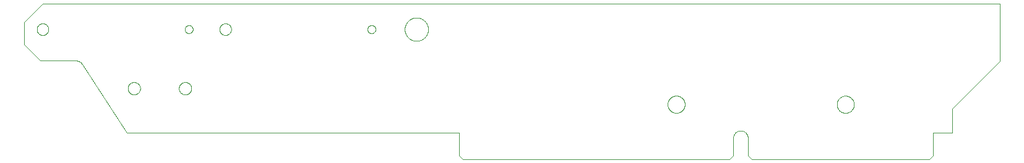
<source format=gko>
G75*
%MOIN*%
%OFA0B0*%
%FSLAX25Y25*%
%IPPOS*%
%LPD*%
%AMOC8*
5,1,8,0,0,1.08239X$1,22.5*
%
%ADD10C,0.00000*%
D10*
X0068494Y0022217D02*
X0044478Y0059225D01*
X0044478Y0059224D02*
X0044420Y0059331D01*
X0044357Y0059435D01*
X0044292Y0059537D01*
X0044223Y0059637D01*
X0044151Y0059735D01*
X0044075Y0059831D01*
X0043997Y0059923D01*
X0043915Y0060014D01*
X0043831Y0060101D01*
X0043744Y0060186D01*
X0043654Y0060268D01*
X0043562Y0060347D01*
X0043467Y0060422D01*
X0043369Y0060495D01*
X0043269Y0060564D01*
X0043167Y0060630D01*
X0043063Y0060693D01*
X0042957Y0060752D01*
X0042849Y0060808D01*
X0042739Y0060860D01*
X0042628Y0060909D01*
X0042515Y0060954D01*
X0042401Y0060995D01*
X0042285Y0061033D01*
X0042168Y0061066D01*
X0042051Y0061096D01*
X0041932Y0061122D01*
X0041812Y0061144D01*
X0041692Y0061162D01*
X0041571Y0061176D01*
X0041450Y0061186D01*
X0041329Y0061193D01*
X0022037Y0061193D01*
X0013376Y0069855D01*
X0013376Y0082060D01*
X0023219Y0091902D01*
X0538967Y0091902D01*
X0538967Y0060800D01*
X0513376Y0035209D01*
X0513376Y0022217D01*
X0502746Y0022217D01*
X0502746Y0010012D01*
X0500778Y0008044D01*
X0405108Y0008044D01*
X0403140Y0010012D01*
X0403140Y0019461D01*
X0403138Y0019585D01*
X0403132Y0019708D01*
X0403123Y0019832D01*
X0403109Y0019954D01*
X0403092Y0020077D01*
X0403070Y0020199D01*
X0403045Y0020320D01*
X0403016Y0020440D01*
X0402984Y0020559D01*
X0402947Y0020678D01*
X0402907Y0020795D01*
X0402864Y0020910D01*
X0402816Y0021025D01*
X0402765Y0021137D01*
X0402711Y0021248D01*
X0402653Y0021358D01*
X0402592Y0021465D01*
X0402527Y0021571D01*
X0402459Y0021674D01*
X0402388Y0021775D01*
X0402314Y0021874D01*
X0402237Y0021971D01*
X0402156Y0022065D01*
X0402073Y0022156D01*
X0401987Y0022245D01*
X0401898Y0022331D01*
X0401807Y0022414D01*
X0401713Y0022495D01*
X0401616Y0022572D01*
X0401517Y0022646D01*
X0401416Y0022717D01*
X0401313Y0022785D01*
X0401207Y0022850D01*
X0401100Y0022911D01*
X0400990Y0022969D01*
X0400879Y0023023D01*
X0400767Y0023074D01*
X0400652Y0023122D01*
X0400537Y0023165D01*
X0400420Y0023205D01*
X0400301Y0023242D01*
X0400182Y0023274D01*
X0400062Y0023303D01*
X0399941Y0023328D01*
X0399819Y0023350D01*
X0399696Y0023367D01*
X0399574Y0023381D01*
X0399450Y0023390D01*
X0399327Y0023396D01*
X0399203Y0023398D01*
X0399079Y0023396D01*
X0398956Y0023390D01*
X0398832Y0023381D01*
X0398710Y0023367D01*
X0398587Y0023350D01*
X0398465Y0023328D01*
X0398344Y0023303D01*
X0398224Y0023274D01*
X0398105Y0023242D01*
X0397986Y0023205D01*
X0397869Y0023165D01*
X0397754Y0023122D01*
X0397639Y0023074D01*
X0397527Y0023023D01*
X0397416Y0022969D01*
X0397306Y0022911D01*
X0397199Y0022850D01*
X0397093Y0022785D01*
X0396990Y0022717D01*
X0396889Y0022646D01*
X0396790Y0022572D01*
X0396693Y0022495D01*
X0396599Y0022414D01*
X0396508Y0022331D01*
X0396419Y0022245D01*
X0396333Y0022156D01*
X0396250Y0022065D01*
X0396169Y0021971D01*
X0396092Y0021874D01*
X0396018Y0021775D01*
X0395947Y0021674D01*
X0395879Y0021571D01*
X0395814Y0021465D01*
X0395753Y0021358D01*
X0395695Y0021248D01*
X0395641Y0021137D01*
X0395590Y0021025D01*
X0395542Y0020910D01*
X0395499Y0020795D01*
X0395459Y0020678D01*
X0395422Y0020559D01*
X0395390Y0020440D01*
X0395361Y0020320D01*
X0395336Y0020199D01*
X0395314Y0020077D01*
X0395297Y0019954D01*
X0395283Y0019832D01*
X0395274Y0019708D01*
X0395268Y0019585D01*
X0395266Y0019461D01*
X0395266Y0010012D01*
X0393297Y0008044D01*
X0249597Y0008044D01*
X0247628Y0010012D01*
X0247628Y0022217D01*
X0068494Y0022217D01*
X0069085Y0046233D02*
X0069087Y0046348D01*
X0069093Y0046464D01*
X0069103Y0046579D01*
X0069117Y0046694D01*
X0069135Y0046808D01*
X0069157Y0046921D01*
X0069182Y0047034D01*
X0069212Y0047145D01*
X0069245Y0047256D01*
X0069282Y0047365D01*
X0069323Y0047473D01*
X0069368Y0047580D01*
X0069416Y0047685D01*
X0069468Y0047788D01*
X0069524Y0047889D01*
X0069583Y0047989D01*
X0069645Y0048086D01*
X0069711Y0048181D01*
X0069779Y0048274D01*
X0069851Y0048364D01*
X0069926Y0048452D01*
X0070005Y0048537D01*
X0070086Y0048619D01*
X0070169Y0048699D01*
X0070256Y0048775D01*
X0070345Y0048849D01*
X0070436Y0048919D01*
X0070530Y0048987D01*
X0070626Y0049051D01*
X0070725Y0049111D01*
X0070825Y0049168D01*
X0070927Y0049222D01*
X0071031Y0049272D01*
X0071137Y0049319D01*
X0071244Y0049362D01*
X0071353Y0049401D01*
X0071463Y0049436D01*
X0071574Y0049467D01*
X0071686Y0049495D01*
X0071799Y0049519D01*
X0071913Y0049539D01*
X0072028Y0049555D01*
X0072143Y0049567D01*
X0072258Y0049575D01*
X0072373Y0049579D01*
X0072489Y0049579D01*
X0072604Y0049575D01*
X0072719Y0049567D01*
X0072834Y0049555D01*
X0072949Y0049539D01*
X0073063Y0049519D01*
X0073176Y0049495D01*
X0073288Y0049467D01*
X0073399Y0049436D01*
X0073509Y0049401D01*
X0073618Y0049362D01*
X0073725Y0049319D01*
X0073831Y0049272D01*
X0073935Y0049222D01*
X0074037Y0049168D01*
X0074137Y0049111D01*
X0074236Y0049051D01*
X0074332Y0048987D01*
X0074426Y0048919D01*
X0074517Y0048849D01*
X0074606Y0048775D01*
X0074693Y0048699D01*
X0074776Y0048619D01*
X0074857Y0048537D01*
X0074936Y0048452D01*
X0075011Y0048364D01*
X0075083Y0048274D01*
X0075151Y0048181D01*
X0075217Y0048086D01*
X0075279Y0047989D01*
X0075338Y0047889D01*
X0075394Y0047788D01*
X0075446Y0047685D01*
X0075494Y0047580D01*
X0075539Y0047473D01*
X0075580Y0047365D01*
X0075617Y0047256D01*
X0075650Y0047145D01*
X0075680Y0047034D01*
X0075705Y0046921D01*
X0075727Y0046808D01*
X0075745Y0046694D01*
X0075759Y0046579D01*
X0075769Y0046464D01*
X0075775Y0046348D01*
X0075777Y0046233D01*
X0075775Y0046118D01*
X0075769Y0046002D01*
X0075759Y0045887D01*
X0075745Y0045772D01*
X0075727Y0045658D01*
X0075705Y0045545D01*
X0075680Y0045432D01*
X0075650Y0045321D01*
X0075617Y0045210D01*
X0075580Y0045101D01*
X0075539Y0044993D01*
X0075494Y0044886D01*
X0075446Y0044781D01*
X0075394Y0044678D01*
X0075338Y0044577D01*
X0075279Y0044477D01*
X0075217Y0044380D01*
X0075151Y0044285D01*
X0075083Y0044192D01*
X0075011Y0044102D01*
X0074936Y0044014D01*
X0074857Y0043929D01*
X0074776Y0043847D01*
X0074693Y0043767D01*
X0074606Y0043691D01*
X0074517Y0043617D01*
X0074426Y0043547D01*
X0074332Y0043479D01*
X0074236Y0043415D01*
X0074137Y0043355D01*
X0074037Y0043298D01*
X0073935Y0043244D01*
X0073831Y0043194D01*
X0073725Y0043147D01*
X0073618Y0043104D01*
X0073509Y0043065D01*
X0073399Y0043030D01*
X0073288Y0042999D01*
X0073176Y0042971D01*
X0073063Y0042947D01*
X0072949Y0042927D01*
X0072834Y0042911D01*
X0072719Y0042899D01*
X0072604Y0042891D01*
X0072489Y0042887D01*
X0072373Y0042887D01*
X0072258Y0042891D01*
X0072143Y0042899D01*
X0072028Y0042911D01*
X0071913Y0042927D01*
X0071799Y0042947D01*
X0071686Y0042971D01*
X0071574Y0042999D01*
X0071463Y0043030D01*
X0071353Y0043065D01*
X0071244Y0043104D01*
X0071137Y0043147D01*
X0071031Y0043194D01*
X0070927Y0043244D01*
X0070825Y0043298D01*
X0070725Y0043355D01*
X0070626Y0043415D01*
X0070530Y0043479D01*
X0070436Y0043547D01*
X0070345Y0043617D01*
X0070256Y0043691D01*
X0070169Y0043767D01*
X0070086Y0043847D01*
X0070005Y0043929D01*
X0069926Y0044014D01*
X0069851Y0044102D01*
X0069779Y0044192D01*
X0069711Y0044285D01*
X0069645Y0044380D01*
X0069583Y0044477D01*
X0069524Y0044577D01*
X0069468Y0044678D01*
X0069416Y0044781D01*
X0069368Y0044886D01*
X0069323Y0044993D01*
X0069282Y0045101D01*
X0069245Y0045210D01*
X0069212Y0045321D01*
X0069182Y0045432D01*
X0069157Y0045545D01*
X0069135Y0045658D01*
X0069117Y0045772D01*
X0069103Y0045887D01*
X0069093Y0046002D01*
X0069087Y0046118D01*
X0069085Y0046233D01*
X0096644Y0046233D02*
X0096646Y0046348D01*
X0096652Y0046464D01*
X0096662Y0046579D01*
X0096676Y0046694D01*
X0096694Y0046808D01*
X0096716Y0046921D01*
X0096741Y0047034D01*
X0096771Y0047145D01*
X0096804Y0047256D01*
X0096841Y0047365D01*
X0096882Y0047473D01*
X0096927Y0047580D01*
X0096975Y0047685D01*
X0097027Y0047788D01*
X0097083Y0047889D01*
X0097142Y0047989D01*
X0097204Y0048086D01*
X0097270Y0048181D01*
X0097338Y0048274D01*
X0097410Y0048364D01*
X0097485Y0048452D01*
X0097564Y0048537D01*
X0097645Y0048619D01*
X0097728Y0048699D01*
X0097815Y0048775D01*
X0097904Y0048849D01*
X0097995Y0048919D01*
X0098089Y0048987D01*
X0098185Y0049051D01*
X0098284Y0049111D01*
X0098384Y0049168D01*
X0098486Y0049222D01*
X0098590Y0049272D01*
X0098696Y0049319D01*
X0098803Y0049362D01*
X0098912Y0049401D01*
X0099022Y0049436D01*
X0099133Y0049467D01*
X0099245Y0049495D01*
X0099358Y0049519D01*
X0099472Y0049539D01*
X0099587Y0049555D01*
X0099702Y0049567D01*
X0099817Y0049575D01*
X0099932Y0049579D01*
X0100048Y0049579D01*
X0100163Y0049575D01*
X0100278Y0049567D01*
X0100393Y0049555D01*
X0100508Y0049539D01*
X0100622Y0049519D01*
X0100735Y0049495D01*
X0100847Y0049467D01*
X0100958Y0049436D01*
X0101068Y0049401D01*
X0101177Y0049362D01*
X0101284Y0049319D01*
X0101390Y0049272D01*
X0101494Y0049222D01*
X0101596Y0049168D01*
X0101696Y0049111D01*
X0101795Y0049051D01*
X0101891Y0048987D01*
X0101985Y0048919D01*
X0102076Y0048849D01*
X0102165Y0048775D01*
X0102252Y0048699D01*
X0102335Y0048619D01*
X0102416Y0048537D01*
X0102495Y0048452D01*
X0102570Y0048364D01*
X0102642Y0048274D01*
X0102710Y0048181D01*
X0102776Y0048086D01*
X0102838Y0047989D01*
X0102897Y0047889D01*
X0102953Y0047788D01*
X0103005Y0047685D01*
X0103053Y0047580D01*
X0103098Y0047473D01*
X0103139Y0047365D01*
X0103176Y0047256D01*
X0103209Y0047145D01*
X0103239Y0047034D01*
X0103264Y0046921D01*
X0103286Y0046808D01*
X0103304Y0046694D01*
X0103318Y0046579D01*
X0103328Y0046464D01*
X0103334Y0046348D01*
X0103336Y0046233D01*
X0103334Y0046118D01*
X0103328Y0046002D01*
X0103318Y0045887D01*
X0103304Y0045772D01*
X0103286Y0045658D01*
X0103264Y0045545D01*
X0103239Y0045432D01*
X0103209Y0045321D01*
X0103176Y0045210D01*
X0103139Y0045101D01*
X0103098Y0044993D01*
X0103053Y0044886D01*
X0103005Y0044781D01*
X0102953Y0044678D01*
X0102897Y0044577D01*
X0102838Y0044477D01*
X0102776Y0044380D01*
X0102710Y0044285D01*
X0102642Y0044192D01*
X0102570Y0044102D01*
X0102495Y0044014D01*
X0102416Y0043929D01*
X0102335Y0043847D01*
X0102252Y0043767D01*
X0102165Y0043691D01*
X0102076Y0043617D01*
X0101985Y0043547D01*
X0101891Y0043479D01*
X0101795Y0043415D01*
X0101696Y0043355D01*
X0101596Y0043298D01*
X0101494Y0043244D01*
X0101390Y0043194D01*
X0101284Y0043147D01*
X0101177Y0043104D01*
X0101068Y0043065D01*
X0100958Y0043030D01*
X0100847Y0042999D01*
X0100735Y0042971D01*
X0100622Y0042947D01*
X0100508Y0042927D01*
X0100393Y0042911D01*
X0100278Y0042899D01*
X0100163Y0042891D01*
X0100048Y0042887D01*
X0099932Y0042887D01*
X0099817Y0042891D01*
X0099702Y0042899D01*
X0099587Y0042911D01*
X0099472Y0042927D01*
X0099358Y0042947D01*
X0099245Y0042971D01*
X0099133Y0042999D01*
X0099022Y0043030D01*
X0098912Y0043065D01*
X0098803Y0043104D01*
X0098696Y0043147D01*
X0098590Y0043194D01*
X0098486Y0043244D01*
X0098384Y0043298D01*
X0098284Y0043355D01*
X0098185Y0043415D01*
X0098089Y0043479D01*
X0097995Y0043547D01*
X0097904Y0043617D01*
X0097815Y0043691D01*
X0097728Y0043767D01*
X0097645Y0043847D01*
X0097564Y0043929D01*
X0097485Y0044014D01*
X0097410Y0044102D01*
X0097338Y0044192D01*
X0097270Y0044285D01*
X0097204Y0044380D01*
X0097142Y0044477D01*
X0097083Y0044577D01*
X0097027Y0044678D01*
X0096975Y0044781D01*
X0096927Y0044886D01*
X0096882Y0044993D01*
X0096841Y0045101D01*
X0096804Y0045210D01*
X0096771Y0045321D01*
X0096741Y0045432D01*
X0096716Y0045545D01*
X0096694Y0045658D01*
X0096676Y0045772D01*
X0096662Y0045887D01*
X0096652Y0046002D01*
X0096646Y0046118D01*
X0096644Y0046233D01*
X0099794Y0078123D02*
X0099796Y0078216D01*
X0099802Y0078308D01*
X0099812Y0078400D01*
X0099826Y0078491D01*
X0099843Y0078582D01*
X0099865Y0078672D01*
X0099890Y0078761D01*
X0099919Y0078849D01*
X0099952Y0078935D01*
X0099989Y0079020D01*
X0100029Y0079104D01*
X0100073Y0079185D01*
X0100120Y0079265D01*
X0100170Y0079343D01*
X0100224Y0079418D01*
X0100281Y0079491D01*
X0100341Y0079561D01*
X0100404Y0079629D01*
X0100470Y0079694D01*
X0100538Y0079756D01*
X0100609Y0079816D01*
X0100683Y0079872D01*
X0100759Y0079925D01*
X0100837Y0079974D01*
X0100917Y0080021D01*
X0100999Y0080063D01*
X0101083Y0080103D01*
X0101168Y0080138D01*
X0101255Y0080170D01*
X0101343Y0080199D01*
X0101432Y0080223D01*
X0101522Y0080244D01*
X0101613Y0080260D01*
X0101705Y0080273D01*
X0101797Y0080282D01*
X0101890Y0080287D01*
X0101982Y0080288D01*
X0102075Y0080285D01*
X0102167Y0080278D01*
X0102259Y0080267D01*
X0102350Y0080252D01*
X0102441Y0080234D01*
X0102531Y0080211D01*
X0102619Y0080185D01*
X0102707Y0080155D01*
X0102793Y0080121D01*
X0102877Y0080084D01*
X0102960Y0080042D01*
X0103041Y0079998D01*
X0103121Y0079950D01*
X0103198Y0079899D01*
X0103272Y0079844D01*
X0103345Y0079786D01*
X0103415Y0079726D01*
X0103482Y0079662D01*
X0103546Y0079596D01*
X0103608Y0079526D01*
X0103666Y0079455D01*
X0103721Y0079381D01*
X0103773Y0079304D01*
X0103822Y0079225D01*
X0103868Y0079145D01*
X0103910Y0079062D01*
X0103948Y0078978D01*
X0103983Y0078892D01*
X0104014Y0078805D01*
X0104041Y0078717D01*
X0104064Y0078627D01*
X0104084Y0078537D01*
X0104100Y0078446D01*
X0104112Y0078354D01*
X0104120Y0078262D01*
X0104124Y0078169D01*
X0104124Y0078077D01*
X0104120Y0077984D01*
X0104112Y0077892D01*
X0104100Y0077800D01*
X0104084Y0077709D01*
X0104064Y0077619D01*
X0104041Y0077529D01*
X0104014Y0077441D01*
X0103983Y0077354D01*
X0103948Y0077268D01*
X0103910Y0077184D01*
X0103868Y0077101D01*
X0103822Y0077021D01*
X0103773Y0076942D01*
X0103721Y0076865D01*
X0103666Y0076791D01*
X0103608Y0076720D01*
X0103546Y0076650D01*
X0103482Y0076584D01*
X0103415Y0076520D01*
X0103345Y0076460D01*
X0103272Y0076402D01*
X0103198Y0076347D01*
X0103121Y0076296D01*
X0103042Y0076248D01*
X0102960Y0076204D01*
X0102877Y0076162D01*
X0102793Y0076125D01*
X0102707Y0076091D01*
X0102619Y0076061D01*
X0102531Y0076035D01*
X0102441Y0076012D01*
X0102350Y0075994D01*
X0102259Y0075979D01*
X0102167Y0075968D01*
X0102075Y0075961D01*
X0101982Y0075958D01*
X0101890Y0075959D01*
X0101797Y0075964D01*
X0101705Y0075973D01*
X0101613Y0075986D01*
X0101522Y0076002D01*
X0101432Y0076023D01*
X0101343Y0076047D01*
X0101255Y0076076D01*
X0101168Y0076108D01*
X0101083Y0076143D01*
X0100999Y0076183D01*
X0100917Y0076225D01*
X0100837Y0076272D01*
X0100759Y0076321D01*
X0100683Y0076374D01*
X0100609Y0076430D01*
X0100538Y0076490D01*
X0100470Y0076552D01*
X0100404Y0076617D01*
X0100341Y0076685D01*
X0100281Y0076755D01*
X0100224Y0076828D01*
X0100170Y0076903D01*
X0100120Y0076981D01*
X0100073Y0077061D01*
X0100029Y0077142D01*
X0099989Y0077226D01*
X0099952Y0077311D01*
X0099919Y0077397D01*
X0099890Y0077485D01*
X0099865Y0077574D01*
X0099843Y0077664D01*
X0099826Y0077755D01*
X0099812Y0077846D01*
X0099802Y0077938D01*
X0099796Y0078030D01*
X0099794Y0078123D01*
X0118494Y0078123D02*
X0118496Y0078235D01*
X0118502Y0078346D01*
X0118512Y0078458D01*
X0118526Y0078569D01*
X0118543Y0078679D01*
X0118565Y0078789D01*
X0118591Y0078898D01*
X0118620Y0079006D01*
X0118653Y0079112D01*
X0118690Y0079218D01*
X0118731Y0079322D01*
X0118776Y0079425D01*
X0118824Y0079526D01*
X0118875Y0079625D01*
X0118930Y0079722D01*
X0118989Y0079817D01*
X0119050Y0079911D01*
X0119115Y0080002D01*
X0119184Y0080090D01*
X0119255Y0080176D01*
X0119329Y0080260D01*
X0119407Y0080340D01*
X0119487Y0080418D01*
X0119570Y0080494D01*
X0119655Y0080566D01*
X0119743Y0080635D01*
X0119833Y0080701D01*
X0119926Y0080763D01*
X0120021Y0080823D01*
X0120118Y0080879D01*
X0120216Y0080931D01*
X0120317Y0080980D01*
X0120419Y0081025D01*
X0120523Y0081067D01*
X0120628Y0081105D01*
X0120735Y0081139D01*
X0120842Y0081169D01*
X0120951Y0081196D01*
X0121060Y0081218D01*
X0121171Y0081237D01*
X0121281Y0081252D01*
X0121393Y0081263D01*
X0121504Y0081270D01*
X0121616Y0081273D01*
X0121728Y0081272D01*
X0121840Y0081267D01*
X0121951Y0081258D01*
X0122062Y0081245D01*
X0122173Y0081228D01*
X0122283Y0081208D01*
X0122392Y0081183D01*
X0122500Y0081155D01*
X0122607Y0081122D01*
X0122713Y0081086D01*
X0122817Y0081046D01*
X0122920Y0081003D01*
X0123022Y0080956D01*
X0123121Y0080905D01*
X0123219Y0080851D01*
X0123315Y0080793D01*
X0123409Y0080732D01*
X0123500Y0080668D01*
X0123589Y0080601D01*
X0123676Y0080530D01*
X0123760Y0080456D01*
X0123842Y0080380D01*
X0123920Y0080300D01*
X0123996Y0080218D01*
X0124069Y0080133D01*
X0124139Y0080046D01*
X0124205Y0079956D01*
X0124269Y0079864D01*
X0124329Y0079770D01*
X0124386Y0079674D01*
X0124439Y0079575D01*
X0124489Y0079475D01*
X0124535Y0079374D01*
X0124578Y0079270D01*
X0124617Y0079165D01*
X0124652Y0079059D01*
X0124683Y0078952D01*
X0124711Y0078843D01*
X0124734Y0078734D01*
X0124754Y0078624D01*
X0124770Y0078513D01*
X0124782Y0078402D01*
X0124790Y0078291D01*
X0124794Y0078179D01*
X0124794Y0078067D01*
X0124790Y0077955D01*
X0124782Y0077844D01*
X0124770Y0077733D01*
X0124754Y0077622D01*
X0124734Y0077512D01*
X0124711Y0077403D01*
X0124683Y0077294D01*
X0124652Y0077187D01*
X0124617Y0077081D01*
X0124578Y0076976D01*
X0124535Y0076872D01*
X0124489Y0076771D01*
X0124439Y0076671D01*
X0124386Y0076572D01*
X0124329Y0076476D01*
X0124269Y0076382D01*
X0124205Y0076290D01*
X0124139Y0076200D01*
X0124069Y0076113D01*
X0123996Y0076028D01*
X0123920Y0075946D01*
X0123842Y0075866D01*
X0123760Y0075790D01*
X0123676Y0075716D01*
X0123589Y0075645D01*
X0123500Y0075578D01*
X0123409Y0075514D01*
X0123315Y0075453D01*
X0123219Y0075395D01*
X0123121Y0075341D01*
X0123022Y0075290D01*
X0122920Y0075243D01*
X0122817Y0075200D01*
X0122713Y0075160D01*
X0122607Y0075124D01*
X0122500Y0075091D01*
X0122392Y0075063D01*
X0122283Y0075038D01*
X0122173Y0075018D01*
X0122062Y0075001D01*
X0121951Y0074988D01*
X0121840Y0074979D01*
X0121728Y0074974D01*
X0121616Y0074973D01*
X0121504Y0074976D01*
X0121393Y0074983D01*
X0121281Y0074994D01*
X0121171Y0075009D01*
X0121060Y0075028D01*
X0120951Y0075050D01*
X0120842Y0075077D01*
X0120735Y0075107D01*
X0120628Y0075141D01*
X0120523Y0075179D01*
X0120419Y0075221D01*
X0120317Y0075266D01*
X0120216Y0075315D01*
X0120118Y0075367D01*
X0120021Y0075423D01*
X0119926Y0075483D01*
X0119833Y0075545D01*
X0119743Y0075611D01*
X0119655Y0075680D01*
X0119570Y0075752D01*
X0119487Y0075828D01*
X0119407Y0075906D01*
X0119329Y0075986D01*
X0119255Y0076070D01*
X0119184Y0076156D01*
X0119115Y0076244D01*
X0119050Y0076335D01*
X0118989Y0076429D01*
X0118930Y0076524D01*
X0118875Y0076621D01*
X0118824Y0076720D01*
X0118776Y0076821D01*
X0118731Y0076924D01*
X0118690Y0077028D01*
X0118653Y0077134D01*
X0118620Y0077240D01*
X0118591Y0077348D01*
X0118565Y0077457D01*
X0118543Y0077567D01*
X0118526Y0077677D01*
X0118512Y0077788D01*
X0118502Y0077900D01*
X0118496Y0078011D01*
X0118494Y0078123D01*
X0198219Y0078123D02*
X0198221Y0078216D01*
X0198227Y0078308D01*
X0198237Y0078400D01*
X0198251Y0078491D01*
X0198268Y0078582D01*
X0198290Y0078672D01*
X0198315Y0078761D01*
X0198344Y0078849D01*
X0198377Y0078935D01*
X0198414Y0079020D01*
X0198454Y0079104D01*
X0198498Y0079185D01*
X0198545Y0079265D01*
X0198595Y0079343D01*
X0198649Y0079418D01*
X0198706Y0079491D01*
X0198766Y0079561D01*
X0198829Y0079629D01*
X0198895Y0079694D01*
X0198963Y0079756D01*
X0199034Y0079816D01*
X0199108Y0079872D01*
X0199184Y0079925D01*
X0199262Y0079974D01*
X0199342Y0080021D01*
X0199424Y0080063D01*
X0199508Y0080103D01*
X0199593Y0080138D01*
X0199680Y0080170D01*
X0199768Y0080199D01*
X0199857Y0080223D01*
X0199947Y0080244D01*
X0200038Y0080260D01*
X0200130Y0080273D01*
X0200222Y0080282D01*
X0200315Y0080287D01*
X0200407Y0080288D01*
X0200500Y0080285D01*
X0200592Y0080278D01*
X0200684Y0080267D01*
X0200775Y0080252D01*
X0200866Y0080234D01*
X0200956Y0080211D01*
X0201044Y0080185D01*
X0201132Y0080155D01*
X0201218Y0080121D01*
X0201302Y0080084D01*
X0201385Y0080042D01*
X0201466Y0079998D01*
X0201546Y0079950D01*
X0201623Y0079899D01*
X0201697Y0079844D01*
X0201770Y0079786D01*
X0201840Y0079726D01*
X0201907Y0079662D01*
X0201971Y0079596D01*
X0202033Y0079526D01*
X0202091Y0079455D01*
X0202146Y0079381D01*
X0202198Y0079304D01*
X0202247Y0079225D01*
X0202293Y0079145D01*
X0202335Y0079062D01*
X0202373Y0078978D01*
X0202408Y0078892D01*
X0202439Y0078805D01*
X0202466Y0078717D01*
X0202489Y0078627D01*
X0202509Y0078537D01*
X0202525Y0078446D01*
X0202537Y0078354D01*
X0202545Y0078262D01*
X0202549Y0078169D01*
X0202549Y0078077D01*
X0202545Y0077984D01*
X0202537Y0077892D01*
X0202525Y0077800D01*
X0202509Y0077709D01*
X0202489Y0077619D01*
X0202466Y0077529D01*
X0202439Y0077441D01*
X0202408Y0077354D01*
X0202373Y0077268D01*
X0202335Y0077184D01*
X0202293Y0077101D01*
X0202247Y0077021D01*
X0202198Y0076942D01*
X0202146Y0076865D01*
X0202091Y0076791D01*
X0202033Y0076720D01*
X0201971Y0076650D01*
X0201907Y0076584D01*
X0201840Y0076520D01*
X0201770Y0076460D01*
X0201697Y0076402D01*
X0201623Y0076347D01*
X0201546Y0076296D01*
X0201467Y0076248D01*
X0201385Y0076204D01*
X0201302Y0076162D01*
X0201218Y0076125D01*
X0201132Y0076091D01*
X0201044Y0076061D01*
X0200956Y0076035D01*
X0200866Y0076012D01*
X0200775Y0075994D01*
X0200684Y0075979D01*
X0200592Y0075968D01*
X0200500Y0075961D01*
X0200407Y0075958D01*
X0200315Y0075959D01*
X0200222Y0075964D01*
X0200130Y0075973D01*
X0200038Y0075986D01*
X0199947Y0076002D01*
X0199857Y0076023D01*
X0199768Y0076047D01*
X0199680Y0076076D01*
X0199593Y0076108D01*
X0199508Y0076143D01*
X0199424Y0076183D01*
X0199342Y0076225D01*
X0199262Y0076272D01*
X0199184Y0076321D01*
X0199108Y0076374D01*
X0199034Y0076430D01*
X0198963Y0076490D01*
X0198895Y0076552D01*
X0198829Y0076617D01*
X0198766Y0076685D01*
X0198706Y0076755D01*
X0198649Y0076828D01*
X0198595Y0076903D01*
X0198545Y0076981D01*
X0198498Y0077061D01*
X0198454Y0077142D01*
X0198414Y0077226D01*
X0198377Y0077311D01*
X0198344Y0077397D01*
X0198315Y0077485D01*
X0198290Y0077574D01*
X0198268Y0077664D01*
X0198251Y0077755D01*
X0198237Y0077846D01*
X0198227Y0077938D01*
X0198221Y0078030D01*
X0198219Y0078123D01*
X0218298Y0078123D02*
X0218300Y0078281D01*
X0218306Y0078439D01*
X0218316Y0078597D01*
X0218330Y0078755D01*
X0218348Y0078912D01*
X0218369Y0079069D01*
X0218395Y0079225D01*
X0218425Y0079381D01*
X0218458Y0079536D01*
X0218496Y0079689D01*
X0218537Y0079842D01*
X0218582Y0079994D01*
X0218631Y0080145D01*
X0218684Y0080294D01*
X0218740Y0080442D01*
X0218800Y0080588D01*
X0218864Y0080733D01*
X0218932Y0080876D01*
X0219003Y0081018D01*
X0219077Y0081158D01*
X0219155Y0081295D01*
X0219237Y0081431D01*
X0219321Y0081565D01*
X0219410Y0081696D01*
X0219501Y0081825D01*
X0219596Y0081952D01*
X0219693Y0082077D01*
X0219794Y0082199D01*
X0219898Y0082318D01*
X0220005Y0082435D01*
X0220115Y0082549D01*
X0220228Y0082660D01*
X0220343Y0082769D01*
X0220461Y0082874D01*
X0220582Y0082976D01*
X0220705Y0083076D01*
X0220831Y0083172D01*
X0220959Y0083265D01*
X0221089Y0083355D01*
X0221222Y0083441D01*
X0221357Y0083525D01*
X0221493Y0083604D01*
X0221632Y0083681D01*
X0221773Y0083753D01*
X0221915Y0083823D01*
X0222059Y0083888D01*
X0222205Y0083950D01*
X0222352Y0084008D01*
X0222501Y0084063D01*
X0222651Y0084114D01*
X0222802Y0084161D01*
X0222954Y0084204D01*
X0223107Y0084243D01*
X0223262Y0084279D01*
X0223417Y0084310D01*
X0223573Y0084338D01*
X0223729Y0084362D01*
X0223886Y0084382D01*
X0224044Y0084398D01*
X0224201Y0084410D01*
X0224360Y0084418D01*
X0224518Y0084422D01*
X0224676Y0084422D01*
X0224834Y0084418D01*
X0224993Y0084410D01*
X0225150Y0084398D01*
X0225308Y0084382D01*
X0225465Y0084362D01*
X0225621Y0084338D01*
X0225777Y0084310D01*
X0225932Y0084279D01*
X0226087Y0084243D01*
X0226240Y0084204D01*
X0226392Y0084161D01*
X0226543Y0084114D01*
X0226693Y0084063D01*
X0226842Y0084008D01*
X0226989Y0083950D01*
X0227135Y0083888D01*
X0227279Y0083823D01*
X0227421Y0083753D01*
X0227562Y0083681D01*
X0227701Y0083604D01*
X0227837Y0083525D01*
X0227972Y0083441D01*
X0228105Y0083355D01*
X0228235Y0083265D01*
X0228363Y0083172D01*
X0228489Y0083076D01*
X0228612Y0082976D01*
X0228733Y0082874D01*
X0228851Y0082769D01*
X0228966Y0082660D01*
X0229079Y0082549D01*
X0229189Y0082435D01*
X0229296Y0082318D01*
X0229400Y0082199D01*
X0229501Y0082077D01*
X0229598Y0081952D01*
X0229693Y0081825D01*
X0229784Y0081696D01*
X0229873Y0081565D01*
X0229957Y0081431D01*
X0230039Y0081295D01*
X0230117Y0081158D01*
X0230191Y0081018D01*
X0230262Y0080876D01*
X0230330Y0080733D01*
X0230394Y0080588D01*
X0230454Y0080442D01*
X0230510Y0080294D01*
X0230563Y0080145D01*
X0230612Y0079994D01*
X0230657Y0079842D01*
X0230698Y0079689D01*
X0230736Y0079536D01*
X0230769Y0079381D01*
X0230799Y0079225D01*
X0230825Y0079069D01*
X0230846Y0078912D01*
X0230864Y0078755D01*
X0230878Y0078597D01*
X0230888Y0078439D01*
X0230894Y0078281D01*
X0230896Y0078123D01*
X0230894Y0077965D01*
X0230888Y0077807D01*
X0230878Y0077649D01*
X0230864Y0077491D01*
X0230846Y0077334D01*
X0230825Y0077177D01*
X0230799Y0077021D01*
X0230769Y0076865D01*
X0230736Y0076710D01*
X0230698Y0076557D01*
X0230657Y0076404D01*
X0230612Y0076252D01*
X0230563Y0076101D01*
X0230510Y0075952D01*
X0230454Y0075804D01*
X0230394Y0075658D01*
X0230330Y0075513D01*
X0230262Y0075370D01*
X0230191Y0075228D01*
X0230117Y0075088D01*
X0230039Y0074951D01*
X0229957Y0074815D01*
X0229873Y0074681D01*
X0229784Y0074550D01*
X0229693Y0074421D01*
X0229598Y0074294D01*
X0229501Y0074169D01*
X0229400Y0074047D01*
X0229296Y0073928D01*
X0229189Y0073811D01*
X0229079Y0073697D01*
X0228966Y0073586D01*
X0228851Y0073477D01*
X0228733Y0073372D01*
X0228612Y0073270D01*
X0228489Y0073170D01*
X0228363Y0073074D01*
X0228235Y0072981D01*
X0228105Y0072891D01*
X0227972Y0072805D01*
X0227837Y0072721D01*
X0227701Y0072642D01*
X0227562Y0072565D01*
X0227421Y0072493D01*
X0227279Y0072423D01*
X0227135Y0072358D01*
X0226989Y0072296D01*
X0226842Y0072238D01*
X0226693Y0072183D01*
X0226543Y0072132D01*
X0226392Y0072085D01*
X0226240Y0072042D01*
X0226087Y0072003D01*
X0225932Y0071967D01*
X0225777Y0071936D01*
X0225621Y0071908D01*
X0225465Y0071884D01*
X0225308Y0071864D01*
X0225150Y0071848D01*
X0224993Y0071836D01*
X0224834Y0071828D01*
X0224676Y0071824D01*
X0224518Y0071824D01*
X0224360Y0071828D01*
X0224201Y0071836D01*
X0224044Y0071848D01*
X0223886Y0071864D01*
X0223729Y0071884D01*
X0223573Y0071908D01*
X0223417Y0071936D01*
X0223262Y0071967D01*
X0223107Y0072003D01*
X0222954Y0072042D01*
X0222802Y0072085D01*
X0222651Y0072132D01*
X0222501Y0072183D01*
X0222352Y0072238D01*
X0222205Y0072296D01*
X0222059Y0072358D01*
X0221915Y0072423D01*
X0221773Y0072493D01*
X0221632Y0072565D01*
X0221493Y0072642D01*
X0221357Y0072721D01*
X0221222Y0072805D01*
X0221089Y0072891D01*
X0220959Y0072981D01*
X0220831Y0073074D01*
X0220705Y0073170D01*
X0220582Y0073270D01*
X0220461Y0073372D01*
X0220343Y0073477D01*
X0220228Y0073586D01*
X0220115Y0073697D01*
X0220005Y0073811D01*
X0219898Y0073928D01*
X0219794Y0074047D01*
X0219693Y0074169D01*
X0219596Y0074294D01*
X0219501Y0074421D01*
X0219410Y0074550D01*
X0219321Y0074681D01*
X0219237Y0074815D01*
X0219155Y0074951D01*
X0219077Y0075088D01*
X0219003Y0075228D01*
X0218932Y0075370D01*
X0218864Y0075513D01*
X0218800Y0075658D01*
X0218740Y0075804D01*
X0218684Y0075952D01*
X0218631Y0076101D01*
X0218582Y0076252D01*
X0218537Y0076404D01*
X0218496Y0076557D01*
X0218458Y0076710D01*
X0218425Y0076865D01*
X0218395Y0077021D01*
X0218369Y0077177D01*
X0218348Y0077334D01*
X0218330Y0077491D01*
X0218316Y0077649D01*
X0218306Y0077807D01*
X0218300Y0077965D01*
X0218298Y0078123D01*
X0359931Y0037571D02*
X0359933Y0037707D01*
X0359939Y0037842D01*
X0359949Y0037978D01*
X0359963Y0038113D01*
X0359981Y0038248D01*
X0360003Y0038382D01*
X0360028Y0038515D01*
X0360058Y0038648D01*
X0360092Y0038779D01*
X0360129Y0038910D01*
X0360170Y0039039D01*
X0360215Y0039167D01*
X0360264Y0039294D01*
X0360316Y0039419D01*
X0360372Y0039543D01*
X0360432Y0039665D01*
X0360495Y0039785D01*
X0360562Y0039904D01*
X0360632Y0040020D01*
X0360706Y0040134D01*
X0360783Y0040246D01*
X0360863Y0040356D01*
X0360946Y0040463D01*
X0361033Y0040568D01*
X0361122Y0040670D01*
X0361215Y0040769D01*
X0361310Y0040866D01*
X0361408Y0040960D01*
X0361509Y0041051D01*
X0361612Y0041139D01*
X0361718Y0041224D01*
X0361827Y0041306D01*
X0361938Y0041384D01*
X0362051Y0041459D01*
X0362166Y0041531D01*
X0362283Y0041600D01*
X0362403Y0041665D01*
X0362524Y0041726D01*
X0362647Y0041784D01*
X0362771Y0041838D01*
X0362897Y0041889D01*
X0363025Y0041936D01*
X0363153Y0041979D01*
X0363283Y0042018D01*
X0363414Y0042054D01*
X0363547Y0042085D01*
X0363680Y0042113D01*
X0363813Y0042137D01*
X0363948Y0042157D01*
X0364082Y0042173D01*
X0364218Y0042185D01*
X0364353Y0042193D01*
X0364489Y0042197D01*
X0364625Y0042197D01*
X0364761Y0042193D01*
X0364896Y0042185D01*
X0365032Y0042173D01*
X0365166Y0042157D01*
X0365301Y0042137D01*
X0365434Y0042113D01*
X0365567Y0042085D01*
X0365700Y0042054D01*
X0365831Y0042018D01*
X0365961Y0041979D01*
X0366089Y0041936D01*
X0366217Y0041889D01*
X0366343Y0041838D01*
X0366467Y0041784D01*
X0366590Y0041726D01*
X0366711Y0041665D01*
X0366831Y0041600D01*
X0366948Y0041531D01*
X0367063Y0041459D01*
X0367176Y0041384D01*
X0367287Y0041306D01*
X0367396Y0041224D01*
X0367502Y0041139D01*
X0367605Y0041051D01*
X0367706Y0040960D01*
X0367804Y0040866D01*
X0367899Y0040769D01*
X0367992Y0040670D01*
X0368081Y0040568D01*
X0368168Y0040463D01*
X0368251Y0040356D01*
X0368331Y0040246D01*
X0368408Y0040134D01*
X0368482Y0040020D01*
X0368552Y0039904D01*
X0368619Y0039785D01*
X0368682Y0039665D01*
X0368742Y0039543D01*
X0368798Y0039419D01*
X0368850Y0039294D01*
X0368899Y0039167D01*
X0368944Y0039039D01*
X0368985Y0038910D01*
X0369022Y0038779D01*
X0369056Y0038648D01*
X0369086Y0038515D01*
X0369111Y0038382D01*
X0369133Y0038248D01*
X0369151Y0038113D01*
X0369165Y0037978D01*
X0369175Y0037842D01*
X0369181Y0037707D01*
X0369183Y0037571D01*
X0369181Y0037435D01*
X0369175Y0037300D01*
X0369165Y0037164D01*
X0369151Y0037029D01*
X0369133Y0036894D01*
X0369111Y0036760D01*
X0369086Y0036627D01*
X0369056Y0036494D01*
X0369022Y0036363D01*
X0368985Y0036232D01*
X0368944Y0036103D01*
X0368899Y0035975D01*
X0368850Y0035848D01*
X0368798Y0035723D01*
X0368742Y0035599D01*
X0368682Y0035477D01*
X0368619Y0035357D01*
X0368552Y0035238D01*
X0368482Y0035122D01*
X0368408Y0035008D01*
X0368331Y0034896D01*
X0368251Y0034786D01*
X0368168Y0034679D01*
X0368081Y0034574D01*
X0367992Y0034472D01*
X0367899Y0034373D01*
X0367804Y0034276D01*
X0367706Y0034182D01*
X0367605Y0034091D01*
X0367502Y0034003D01*
X0367396Y0033918D01*
X0367287Y0033836D01*
X0367176Y0033758D01*
X0367063Y0033683D01*
X0366948Y0033611D01*
X0366831Y0033542D01*
X0366711Y0033477D01*
X0366590Y0033416D01*
X0366467Y0033358D01*
X0366343Y0033304D01*
X0366217Y0033253D01*
X0366089Y0033206D01*
X0365961Y0033163D01*
X0365831Y0033124D01*
X0365700Y0033088D01*
X0365567Y0033057D01*
X0365434Y0033029D01*
X0365301Y0033005D01*
X0365166Y0032985D01*
X0365032Y0032969D01*
X0364896Y0032957D01*
X0364761Y0032949D01*
X0364625Y0032945D01*
X0364489Y0032945D01*
X0364353Y0032949D01*
X0364218Y0032957D01*
X0364082Y0032969D01*
X0363948Y0032985D01*
X0363813Y0033005D01*
X0363680Y0033029D01*
X0363547Y0033057D01*
X0363414Y0033088D01*
X0363283Y0033124D01*
X0363153Y0033163D01*
X0363025Y0033206D01*
X0362897Y0033253D01*
X0362771Y0033304D01*
X0362647Y0033358D01*
X0362524Y0033416D01*
X0362403Y0033477D01*
X0362283Y0033542D01*
X0362166Y0033611D01*
X0362051Y0033683D01*
X0361938Y0033758D01*
X0361827Y0033836D01*
X0361718Y0033918D01*
X0361612Y0034003D01*
X0361509Y0034091D01*
X0361408Y0034182D01*
X0361310Y0034276D01*
X0361215Y0034373D01*
X0361122Y0034472D01*
X0361033Y0034574D01*
X0360946Y0034679D01*
X0360863Y0034786D01*
X0360783Y0034896D01*
X0360706Y0035008D01*
X0360632Y0035122D01*
X0360562Y0035238D01*
X0360495Y0035357D01*
X0360432Y0035477D01*
X0360372Y0035599D01*
X0360316Y0035723D01*
X0360264Y0035848D01*
X0360215Y0035975D01*
X0360170Y0036103D01*
X0360129Y0036232D01*
X0360092Y0036363D01*
X0360058Y0036494D01*
X0360028Y0036627D01*
X0360003Y0036760D01*
X0359981Y0036894D01*
X0359963Y0037029D01*
X0359949Y0037164D01*
X0359939Y0037300D01*
X0359933Y0037435D01*
X0359931Y0037571D01*
X0451073Y0037571D02*
X0451075Y0037707D01*
X0451081Y0037842D01*
X0451091Y0037978D01*
X0451105Y0038113D01*
X0451123Y0038248D01*
X0451145Y0038382D01*
X0451170Y0038515D01*
X0451200Y0038648D01*
X0451234Y0038779D01*
X0451271Y0038910D01*
X0451312Y0039039D01*
X0451357Y0039167D01*
X0451406Y0039294D01*
X0451458Y0039419D01*
X0451514Y0039543D01*
X0451574Y0039665D01*
X0451637Y0039785D01*
X0451704Y0039904D01*
X0451774Y0040020D01*
X0451848Y0040134D01*
X0451925Y0040246D01*
X0452005Y0040356D01*
X0452088Y0040463D01*
X0452175Y0040568D01*
X0452264Y0040670D01*
X0452357Y0040769D01*
X0452452Y0040866D01*
X0452550Y0040960D01*
X0452651Y0041051D01*
X0452754Y0041139D01*
X0452860Y0041224D01*
X0452969Y0041306D01*
X0453080Y0041384D01*
X0453193Y0041459D01*
X0453308Y0041531D01*
X0453425Y0041600D01*
X0453545Y0041665D01*
X0453666Y0041726D01*
X0453789Y0041784D01*
X0453913Y0041838D01*
X0454039Y0041889D01*
X0454167Y0041936D01*
X0454295Y0041979D01*
X0454425Y0042018D01*
X0454556Y0042054D01*
X0454689Y0042085D01*
X0454822Y0042113D01*
X0454955Y0042137D01*
X0455090Y0042157D01*
X0455224Y0042173D01*
X0455360Y0042185D01*
X0455495Y0042193D01*
X0455631Y0042197D01*
X0455767Y0042197D01*
X0455903Y0042193D01*
X0456038Y0042185D01*
X0456174Y0042173D01*
X0456308Y0042157D01*
X0456443Y0042137D01*
X0456576Y0042113D01*
X0456709Y0042085D01*
X0456842Y0042054D01*
X0456973Y0042018D01*
X0457103Y0041979D01*
X0457231Y0041936D01*
X0457359Y0041889D01*
X0457485Y0041838D01*
X0457609Y0041784D01*
X0457732Y0041726D01*
X0457853Y0041665D01*
X0457973Y0041600D01*
X0458090Y0041531D01*
X0458205Y0041459D01*
X0458318Y0041384D01*
X0458429Y0041306D01*
X0458538Y0041224D01*
X0458644Y0041139D01*
X0458747Y0041051D01*
X0458848Y0040960D01*
X0458946Y0040866D01*
X0459041Y0040769D01*
X0459134Y0040670D01*
X0459223Y0040568D01*
X0459310Y0040463D01*
X0459393Y0040356D01*
X0459473Y0040246D01*
X0459550Y0040134D01*
X0459624Y0040020D01*
X0459694Y0039904D01*
X0459761Y0039785D01*
X0459824Y0039665D01*
X0459884Y0039543D01*
X0459940Y0039419D01*
X0459992Y0039294D01*
X0460041Y0039167D01*
X0460086Y0039039D01*
X0460127Y0038910D01*
X0460164Y0038779D01*
X0460198Y0038648D01*
X0460228Y0038515D01*
X0460253Y0038382D01*
X0460275Y0038248D01*
X0460293Y0038113D01*
X0460307Y0037978D01*
X0460317Y0037842D01*
X0460323Y0037707D01*
X0460325Y0037571D01*
X0460323Y0037435D01*
X0460317Y0037300D01*
X0460307Y0037164D01*
X0460293Y0037029D01*
X0460275Y0036894D01*
X0460253Y0036760D01*
X0460228Y0036627D01*
X0460198Y0036494D01*
X0460164Y0036363D01*
X0460127Y0036232D01*
X0460086Y0036103D01*
X0460041Y0035975D01*
X0459992Y0035848D01*
X0459940Y0035723D01*
X0459884Y0035599D01*
X0459824Y0035477D01*
X0459761Y0035357D01*
X0459694Y0035238D01*
X0459624Y0035122D01*
X0459550Y0035008D01*
X0459473Y0034896D01*
X0459393Y0034786D01*
X0459310Y0034679D01*
X0459223Y0034574D01*
X0459134Y0034472D01*
X0459041Y0034373D01*
X0458946Y0034276D01*
X0458848Y0034182D01*
X0458747Y0034091D01*
X0458644Y0034003D01*
X0458538Y0033918D01*
X0458429Y0033836D01*
X0458318Y0033758D01*
X0458205Y0033683D01*
X0458090Y0033611D01*
X0457973Y0033542D01*
X0457853Y0033477D01*
X0457732Y0033416D01*
X0457609Y0033358D01*
X0457485Y0033304D01*
X0457359Y0033253D01*
X0457231Y0033206D01*
X0457103Y0033163D01*
X0456973Y0033124D01*
X0456842Y0033088D01*
X0456709Y0033057D01*
X0456576Y0033029D01*
X0456443Y0033005D01*
X0456308Y0032985D01*
X0456174Y0032969D01*
X0456038Y0032957D01*
X0455903Y0032949D01*
X0455767Y0032945D01*
X0455631Y0032945D01*
X0455495Y0032949D01*
X0455360Y0032957D01*
X0455224Y0032969D01*
X0455090Y0032985D01*
X0454955Y0033005D01*
X0454822Y0033029D01*
X0454689Y0033057D01*
X0454556Y0033088D01*
X0454425Y0033124D01*
X0454295Y0033163D01*
X0454167Y0033206D01*
X0454039Y0033253D01*
X0453913Y0033304D01*
X0453789Y0033358D01*
X0453666Y0033416D01*
X0453545Y0033477D01*
X0453425Y0033542D01*
X0453308Y0033611D01*
X0453193Y0033683D01*
X0453080Y0033758D01*
X0452969Y0033836D01*
X0452860Y0033918D01*
X0452754Y0034003D01*
X0452651Y0034091D01*
X0452550Y0034182D01*
X0452452Y0034276D01*
X0452357Y0034373D01*
X0452264Y0034472D01*
X0452175Y0034574D01*
X0452088Y0034679D01*
X0452005Y0034786D01*
X0451925Y0034896D01*
X0451848Y0035008D01*
X0451774Y0035122D01*
X0451704Y0035238D01*
X0451637Y0035357D01*
X0451574Y0035477D01*
X0451514Y0035599D01*
X0451458Y0035723D01*
X0451406Y0035848D01*
X0451357Y0035975D01*
X0451312Y0036103D01*
X0451271Y0036232D01*
X0451234Y0036363D01*
X0451200Y0036494D01*
X0451170Y0036627D01*
X0451145Y0036760D01*
X0451123Y0036894D01*
X0451105Y0037029D01*
X0451091Y0037164D01*
X0451081Y0037300D01*
X0451075Y0037435D01*
X0451073Y0037571D01*
X0020069Y0078123D02*
X0020071Y0078235D01*
X0020077Y0078346D01*
X0020087Y0078458D01*
X0020101Y0078569D01*
X0020118Y0078679D01*
X0020140Y0078789D01*
X0020166Y0078898D01*
X0020195Y0079006D01*
X0020228Y0079112D01*
X0020265Y0079218D01*
X0020306Y0079322D01*
X0020351Y0079425D01*
X0020399Y0079526D01*
X0020450Y0079625D01*
X0020505Y0079722D01*
X0020564Y0079817D01*
X0020625Y0079911D01*
X0020690Y0080002D01*
X0020759Y0080090D01*
X0020830Y0080176D01*
X0020904Y0080260D01*
X0020982Y0080340D01*
X0021062Y0080418D01*
X0021145Y0080494D01*
X0021230Y0080566D01*
X0021318Y0080635D01*
X0021408Y0080701D01*
X0021501Y0080763D01*
X0021596Y0080823D01*
X0021693Y0080879D01*
X0021791Y0080931D01*
X0021892Y0080980D01*
X0021994Y0081025D01*
X0022098Y0081067D01*
X0022203Y0081105D01*
X0022310Y0081139D01*
X0022417Y0081169D01*
X0022526Y0081196D01*
X0022635Y0081218D01*
X0022746Y0081237D01*
X0022856Y0081252D01*
X0022968Y0081263D01*
X0023079Y0081270D01*
X0023191Y0081273D01*
X0023303Y0081272D01*
X0023415Y0081267D01*
X0023526Y0081258D01*
X0023637Y0081245D01*
X0023748Y0081228D01*
X0023858Y0081208D01*
X0023967Y0081183D01*
X0024075Y0081155D01*
X0024182Y0081122D01*
X0024288Y0081086D01*
X0024392Y0081046D01*
X0024495Y0081003D01*
X0024597Y0080956D01*
X0024696Y0080905D01*
X0024794Y0080851D01*
X0024890Y0080793D01*
X0024984Y0080732D01*
X0025075Y0080668D01*
X0025164Y0080601D01*
X0025251Y0080530D01*
X0025335Y0080456D01*
X0025417Y0080380D01*
X0025495Y0080300D01*
X0025571Y0080218D01*
X0025644Y0080133D01*
X0025714Y0080046D01*
X0025780Y0079956D01*
X0025844Y0079864D01*
X0025904Y0079770D01*
X0025961Y0079674D01*
X0026014Y0079575D01*
X0026064Y0079475D01*
X0026110Y0079374D01*
X0026153Y0079270D01*
X0026192Y0079165D01*
X0026227Y0079059D01*
X0026258Y0078952D01*
X0026286Y0078843D01*
X0026309Y0078734D01*
X0026329Y0078624D01*
X0026345Y0078513D01*
X0026357Y0078402D01*
X0026365Y0078291D01*
X0026369Y0078179D01*
X0026369Y0078067D01*
X0026365Y0077955D01*
X0026357Y0077844D01*
X0026345Y0077733D01*
X0026329Y0077622D01*
X0026309Y0077512D01*
X0026286Y0077403D01*
X0026258Y0077294D01*
X0026227Y0077187D01*
X0026192Y0077081D01*
X0026153Y0076976D01*
X0026110Y0076872D01*
X0026064Y0076771D01*
X0026014Y0076671D01*
X0025961Y0076572D01*
X0025904Y0076476D01*
X0025844Y0076382D01*
X0025780Y0076290D01*
X0025714Y0076200D01*
X0025644Y0076113D01*
X0025571Y0076028D01*
X0025495Y0075946D01*
X0025417Y0075866D01*
X0025335Y0075790D01*
X0025251Y0075716D01*
X0025164Y0075645D01*
X0025075Y0075578D01*
X0024984Y0075514D01*
X0024890Y0075453D01*
X0024794Y0075395D01*
X0024696Y0075341D01*
X0024597Y0075290D01*
X0024495Y0075243D01*
X0024392Y0075200D01*
X0024288Y0075160D01*
X0024182Y0075124D01*
X0024075Y0075091D01*
X0023967Y0075063D01*
X0023858Y0075038D01*
X0023748Y0075018D01*
X0023637Y0075001D01*
X0023526Y0074988D01*
X0023415Y0074979D01*
X0023303Y0074974D01*
X0023191Y0074973D01*
X0023079Y0074976D01*
X0022968Y0074983D01*
X0022856Y0074994D01*
X0022746Y0075009D01*
X0022635Y0075028D01*
X0022526Y0075050D01*
X0022417Y0075077D01*
X0022310Y0075107D01*
X0022203Y0075141D01*
X0022098Y0075179D01*
X0021994Y0075221D01*
X0021892Y0075266D01*
X0021791Y0075315D01*
X0021693Y0075367D01*
X0021596Y0075423D01*
X0021501Y0075483D01*
X0021408Y0075545D01*
X0021318Y0075611D01*
X0021230Y0075680D01*
X0021145Y0075752D01*
X0021062Y0075828D01*
X0020982Y0075906D01*
X0020904Y0075986D01*
X0020830Y0076070D01*
X0020759Y0076156D01*
X0020690Y0076244D01*
X0020625Y0076335D01*
X0020564Y0076429D01*
X0020505Y0076524D01*
X0020450Y0076621D01*
X0020399Y0076720D01*
X0020351Y0076821D01*
X0020306Y0076924D01*
X0020265Y0077028D01*
X0020228Y0077134D01*
X0020195Y0077240D01*
X0020166Y0077348D01*
X0020140Y0077457D01*
X0020118Y0077567D01*
X0020101Y0077677D01*
X0020087Y0077788D01*
X0020077Y0077900D01*
X0020071Y0078011D01*
X0020069Y0078123D01*
M02*

</source>
